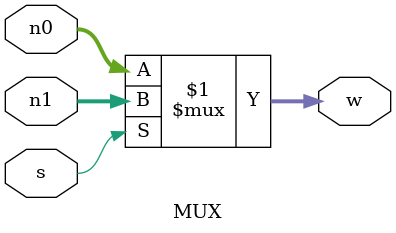
<source format=v>
module MUX (input [15:0]n0,n1,input s,output [15:0]w);
assign w= (s) ? n1: n0;
endmodule
</source>
